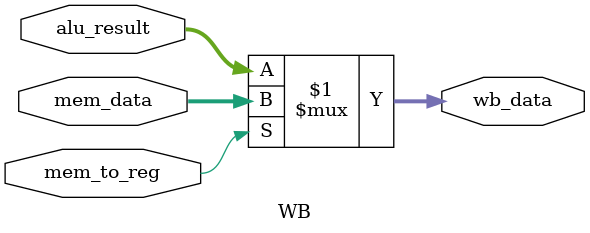
<source format=v>
module WB (
    input  mem_to_reg,    // 1: Write-back comes from memory, 0: from ALU
    input  [31:0] alu_result,    // ALU computation result
    input  [31:0] mem_data,      // Data loaded from memory
    output [31:0] wb_data        // Data to write back to regfile
);
    // Select data to write back to the register file
    assign wb_data = mem_to_reg ? mem_data : alu_result;
endmodule
</source>
